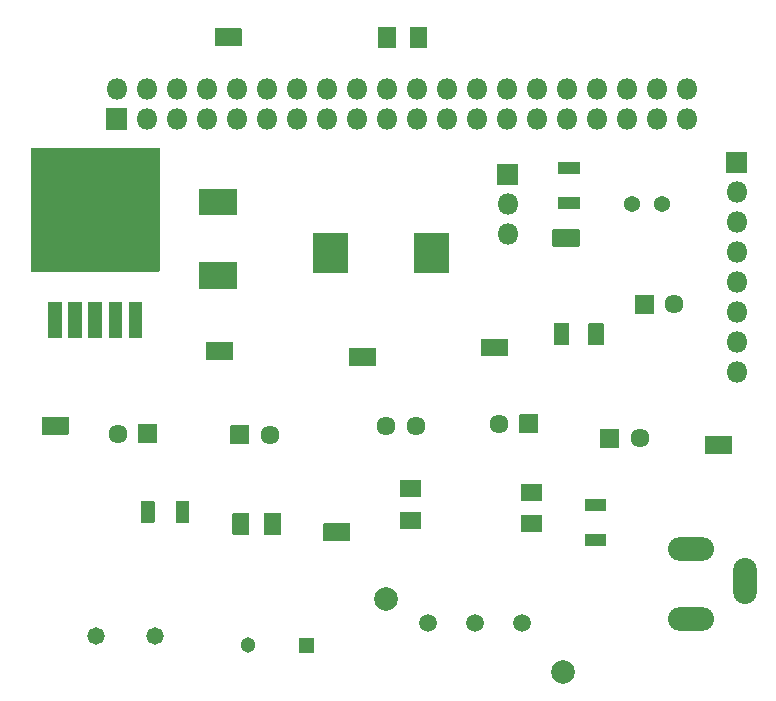
<source format=gts>
G04 #@! TF.GenerationSoftware,KiCad,Pcbnew,(5.1.10-1-10_14)*
G04 #@! TF.CreationDate,2021-11-25T21:30:16-05:00*
G04 #@! TF.ProjectId,tool_circuit,746f6f6c-5f63-4697-9263-7569742e6b69,1.0*
G04 #@! TF.SameCoordinates,Original*
G04 #@! TF.FileFunction,Soldermask,Top*
G04 #@! TF.FilePolarity,Negative*
%FSLAX46Y46*%
G04 Gerber Fmt 4.6, Leading zero omitted, Abs format (unit mm)*
G04 Created by KiCad (PCBNEW (5.1.10-1-10_14)) date 2021-11-25 21:30:16*
%MOMM*%
%LPD*%
G01*
G04 APERTURE LIST*
%ADD10C,1.301600*%
%ADD11C,1.609600*%
%ADD12C,2.006600*%
%ADD13C,1.498600*%
%ADD14O,1.801600X1.801600*%
%ADD15O,2.001600X3.901600*%
%ADD16O,3.901600X2.001600*%
%ADD17C,1.473200*%
%ADD18C,1.371600*%
G04 APERTURE END LIST*
D10*
X119344800Y-97590600D03*
G36*
G01*
X124995600Y-96990600D02*
X124995600Y-98190600D01*
G75*
G02*
X124944800Y-98241400I-50800J0D01*
G01*
X123744800Y-98241400D01*
G75*
G02*
X123694000Y-98190600I0J50800D01*
G01*
X123694000Y-96990600D01*
G75*
G02*
X123744800Y-96939800I50800J0D01*
G01*
X124944800Y-96939800D01*
G75*
G02*
X124995600Y-96990600I0J-50800D01*
G01*
G37*
G36*
G01*
X152129600Y-69464800D02*
X152129600Y-67956800D01*
G75*
G02*
X152180400Y-67906000I50800J0D01*
G01*
X153688400Y-67906000D01*
G75*
G02*
X153739200Y-67956800I0J-50800D01*
G01*
X153739200Y-69464800D01*
G75*
G02*
X153688400Y-69515600I-50800J0D01*
G01*
X152180400Y-69515600D01*
G75*
G02*
X152129600Y-69464800I0J50800D01*
G01*
G37*
D11*
X155474400Y-68710800D03*
G36*
G01*
X113242600Y-87147600D02*
X113242600Y-85427600D01*
G75*
G02*
X113293400Y-85376800I50800J0D01*
G01*
X114343400Y-85376800D01*
G75*
G02*
X114394200Y-85427600I0J-50800D01*
G01*
X114394200Y-87147600D01*
G75*
G02*
X114343400Y-87198400I-50800J0D01*
G01*
X113293400Y-87198400D01*
G75*
G02*
X113242600Y-87147600I0J50800D01*
G01*
G37*
G36*
G01*
X110322600Y-87147600D02*
X110322600Y-85427600D01*
G75*
G02*
X110373400Y-85376800I50800J0D01*
G01*
X111423400Y-85376800D01*
G75*
G02*
X111474200Y-85427600I0J-50800D01*
G01*
X111474200Y-87147600D01*
G75*
G02*
X111423400Y-87198400I-50800J0D01*
G01*
X110373400Y-87198400D01*
G75*
G02*
X110322600Y-87147600I0J50800D01*
G01*
G37*
G36*
G01*
X111676800Y-78904200D02*
X111676800Y-80412200D01*
G75*
G02*
X111626000Y-80463000I-50800J0D01*
G01*
X110118000Y-80463000D01*
G75*
G02*
X110067200Y-80412200I0J50800D01*
G01*
X110067200Y-78904200D01*
G75*
G02*
X110118000Y-78853400I50800J0D01*
G01*
X111626000Y-78853400D01*
G75*
G02*
X111676800Y-78904200I0J-50800D01*
G01*
G37*
X108332000Y-79658200D03*
D12*
X146076400Y-99876600D03*
X131090400Y-93679000D03*
D13*
X142571200Y-95685600D03*
X138583400Y-95685600D03*
X134595600Y-95685600D03*
G36*
G01*
X149208600Y-80818600D02*
X149208600Y-79310600D01*
G75*
G02*
X149259400Y-79259800I50800J0D01*
G01*
X150767400Y-79259800D01*
G75*
G02*
X150818200Y-79310600I0J-50800D01*
G01*
X150818200Y-80818600D01*
G75*
G02*
X150767400Y-80869400I-50800J0D01*
G01*
X149259400Y-80869400D01*
G75*
G02*
X149208600Y-80818600I0J50800D01*
G01*
G37*
D11*
X152553400Y-80064600D03*
G36*
G01*
X110389400Y-71582400D02*
X109322600Y-71582400D01*
G75*
G02*
X109271800Y-71531600I0J50800D01*
G01*
X109271800Y-68531600D01*
G75*
G02*
X109322600Y-68480800I50800J0D01*
G01*
X110389400Y-68480800D01*
G75*
G02*
X110440200Y-68531600I0J-50800D01*
G01*
X110440200Y-71531600D01*
G75*
G02*
X110389400Y-71582400I-50800J0D01*
G01*
G37*
G36*
G01*
X108687600Y-71582400D02*
X107620800Y-71582400D01*
G75*
G02*
X107570000Y-71531600I0J50800D01*
G01*
X107570000Y-68531600D01*
G75*
G02*
X107620800Y-68480800I50800J0D01*
G01*
X108687600Y-68480800D01*
G75*
G02*
X108738400Y-68531600I0J-50800D01*
G01*
X108738400Y-71531600D01*
G75*
G02*
X108687600Y-71582400I-50800J0D01*
G01*
G37*
G36*
G01*
X106985800Y-71582400D02*
X105919000Y-71582400D01*
G75*
G02*
X105868200Y-71531600I0J50800D01*
G01*
X105868200Y-68531600D01*
G75*
G02*
X105919000Y-68480800I50800J0D01*
G01*
X106985800Y-68480800D01*
G75*
G02*
X107036600Y-68531600I0J-50800D01*
G01*
X107036600Y-71531600D01*
G75*
G02*
X106985800Y-71582400I-50800J0D01*
G01*
G37*
G36*
G01*
X105284000Y-71582400D02*
X104217200Y-71582400D01*
G75*
G02*
X104166400Y-71531600I0J50800D01*
G01*
X104166400Y-68531600D01*
G75*
G02*
X104217200Y-68480800I50800J0D01*
G01*
X105284000Y-68480800D01*
G75*
G02*
X105334800Y-68531600I0J-50800D01*
G01*
X105334800Y-71531600D01*
G75*
G02*
X105284000Y-71582400I-50800J0D01*
G01*
G37*
G36*
G01*
X103582200Y-71582400D02*
X102515400Y-71582400D01*
G75*
G02*
X102464600Y-71531600I0J50800D01*
G01*
X102464600Y-68531600D01*
G75*
G02*
X102515400Y-68480800I50800J0D01*
G01*
X103582200Y-68480800D01*
G75*
G02*
X103633000Y-68531600I0J-50800D01*
G01*
X103633000Y-71531600D01*
G75*
G02*
X103582200Y-71582400I-50800J0D01*
G01*
G37*
G36*
G01*
X111852400Y-65956200D02*
X101052400Y-65956200D01*
G75*
G02*
X101001600Y-65905400I0J50800D01*
G01*
X101001600Y-55495400D01*
G75*
G02*
X101052400Y-55444600I50800J0D01*
G01*
X111852400Y-55444600D01*
G75*
G02*
X111903200Y-55495400I0J-50800D01*
G01*
X111903200Y-65905400D01*
G75*
G02*
X111852400Y-65956200I-50800J0D01*
G01*
G37*
G36*
G01*
X147929200Y-88127600D02*
X149659200Y-88127600D01*
G75*
G02*
X149710000Y-88178400I0J-50800D01*
G01*
X149710000Y-89148400D01*
G75*
G02*
X149659200Y-89199200I-50800J0D01*
G01*
X147929200Y-89199200D01*
G75*
G02*
X147878400Y-89148400I0J50800D01*
G01*
X147878400Y-88178400D01*
G75*
G02*
X147929200Y-88127600I50800J0D01*
G01*
G37*
G36*
G01*
X147929200Y-85167600D02*
X149659200Y-85167600D01*
G75*
G02*
X149710000Y-85218400I0J-50800D01*
G01*
X149710000Y-86188400D01*
G75*
G02*
X149659200Y-86239200I-50800J0D01*
G01*
X147929200Y-86239200D01*
G75*
G02*
X147878400Y-86188400I0J50800D01*
G01*
X147878400Y-85218400D01*
G75*
G02*
X147929200Y-85167600I50800J0D01*
G01*
G37*
G36*
G01*
X148179200Y-72135800D02*
X148179200Y-70365800D01*
G75*
G02*
X148230000Y-70315000I50800J0D01*
G01*
X149460000Y-70315000D01*
G75*
G02*
X149510800Y-70365800I0J-50800D01*
G01*
X149510800Y-72135800D01*
G75*
G02*
X149460000Y-72186600I-50800J0D01*
G01*
X148230000Y-72186600D01*
G75*
G02*
X148179200Y-72135800I0J50800D01*
G01*
G37*
G36*
G01*
X145247200Y-72135800D02*
X145247200Y-70365800D01*
G75*
G02*
X145298000Y-70315000I50800J0D01*
G01*
X146528000Y-70315000D01*
G75*
G02*
X146578800Y-70365800I0J-50800D01*
G01*
X146578800Y-72135800D01*
G75*
G02*
X146528000Y-72186600I-50800J0D01*
G01*
X145298000Y-72186600D01*
G75*
G02*
X145247200Y-72135800I0J50800D01*
G01*
G37*
G36*
G01*
X147424000Y-57701400D02*
X145694000Y-57701400D01*
G75*
G02*
X145643200Y-57650600I0J50800D01*
G01*
X145643200Y-56680600D01*
G75*
G02*
X145694000Y-56629800I50800J0D01*
G01*
X147424000Y-56629800D01*
G75*
G02*
X147474800Y-56680600I0J-50800D01*
G01*
X147474800Y-57650600D01*
G75*
G02*
X147424000Y-57701400I-50800J0D01*
G01*
G37*
G36*
G01*
X147424000Y-60661400D02*
X145694000Y-60661400D01*
G75*
G02*
X145643200Y-60610600I0J50800D01*
G01*
X145643200Y-59640600D01*
G75*
G02*
X145694000Y-59589800I50800J0D01*
G01*
X147424000Y-59589800D01*
G75*
G02*
X147474800Y-59640600I0J-50800D01*
G01*
X147474800Y-60610600D01*
G75*
G02*
X147424000Y-60661400I-50800J0D01*
G01*
G37*
G36*
G01*
X143960200Y-78066000D02*
X143960200Y-79574000D01*
G75*
G02*
X143909400Y-79624800I-50800J0D01*
G01*
X142401400Y-79624800D01*
G75*
G02*
X142350600Y-79574000I0J50800D01*
G01*
X142350600Y-78066000D01*
G75*
G02*
X142401400Y-78015200I50800J0D01*
G01*
X143909400Y-78015200D01*
G75*
G02*
X143960200Y-78066000I0J-50800D01*
G01*
G37*
X140615400Y-78820000D03*
X133605000Y-79048600D03*
X131065000Y-79048600D03*
G36*
G01*
X140476600Y-58537200D02*
X140476600Y-56837200D01*
G75*
G02*
X140527400Y-56786400I50800J0D01*
G01*
X142227400Y-56786400D01*
G75*
G02*
X142278200Y-56837200I0J-50800D01*
G01*
X142278200Y-58537200D01*
G75*
G02*
X142227400Y-58588000I-50800J0D01*
G01*
X140527400Y-58588000D01*
G75*
G02*
X140476600Y-58537200I0J50800D01*
G01*
G37*
D14*
X141377400Y-60227200D03*
X141377400Y-62767200D03*
G36*
G01*
X159856800Y-57521200D02*
X159856800Y-55821200D01*
G75*
G02*
X159907600Y-55770400I50800J0D01*
G01*
X161607600Y-55770400D01*
G75*
G02*
X161658400Y-55821200I0J-50800D01*
G01*
X161658400Y-57521200D01*
G75*
G02*
X161607600Y-57572000I-50800J0D01*
G01*
X159907600Y-57572000D01*
G75*
G02*
X159856800Y-57521200I0J50800D01*
G01*
G37*
X160757600Y-59211200D03*
X160757600Y-61751200D03*
X160757600Y-64291200D03*
X160757600Y-66831200D03*
X160757600Y-69371200D03*
X160757600Y-71911200D03*
X160757600Y-74451200D03*
D15*
X161496000Y-92105400D03*
D16*
X156846000Y-95355400D03*
X156846000Y-89425400D03*
G36*
G01*
X104199600Y-78297800D02*
X104199600Y-79697800D01*
G75*
G02*
X104148800Y-79748600I-50800J0D01*
G01*
X101948800Y-79748600D01*
G75*
G02*
X101898000Y-79697800I0J50800D01*
G01*
X101898000Y-78297800D01*
G75*
G02*
X101948800Y-78247000I50800J0D01*
G01*
X104148800Y-78247000D01*
G75*
G02*
X104199600Y-78297800I0J-50800D01*
G01*
G37*
G36*
G01*
X118118800Y-71947800D02*
X118118800Y-73347800D01*
G75*
G02*
X118068000Y-73398600I-50800J0D01*
G01*
X115868000Y-73398600D01*
G75*
G02*
X115817200Y-73347800I0J50800D01*
G01*
X115817200Y-71947800D01*
G75*
G02*
X115868000Y-71897000I50800J0D01*
G01*
X118068000Y-71897000D01*
G75*
G02*
X118118800Y-71947800I0J-50800D01*
G01*
G37*
G36*
G01*
X147455800Y-62397400D02*
X147455800Y-63797400D01*
G75*
G02*
X147405000Y-63848200I-50800J0D01*
G01*
X145205000Y-63848200D01*
G75*
G02*
X145154200Y-63797400I0J50800D01*
G01*
X145154200Y-62397400D01*
G75*
G02*
X145205000Y-62346600I50800J0D01*
G01*
X147405000Y-62346600D01*
G75*
G02*
X147455800Y-62397400I0J-50800D01*
G01*
G37*
G36*
G01*
X125723200Y-88714800D02*
X125723200Y-87314800D01*
G75*
G02*
X125774000Y-87264000I50800J0D01*
G01*
X127974000Y-87264000D01*
G75*
G02*
X128024800Y-87314800I0J-50800D01*
G01*
X128024800Y-88714800D01*
G75*
G02*
X127974000Y-88765600I-50800J0D01*
G01*
X125774000Y-88765600D01*
G75*
G02*
X125723200Y-88714800I0J50800D01*
G01*
G37*
G36*
G01*
X118855400Y-45404800D02*
X118855400Y-46804800D01*
G75*
G02*
X118804600Y-46855600I-50800J0D01*
G01*
X116604600Y-46855600D01*
G75*
G02*
X116553800Y-46804800I0J50800D01*
G01*
X116553800Y-45404800D01*
G75*
G02*
X116604600Y-45354000I50800J0D01*
G01*
X118804600Y-45354000D01*
G75*
G02*
X118855400Y-45404800I0J-50800D01*
G01*
G37*
G36*
G01*
X130209200Y-72481200D02*
X130209200Y-73881200D01*
G75*
G02*
X130158400Y-73932000I-50800J0D01*
G01*
X127958400Y-73932000D01*
G75*
G02*
X127907600Y-73881200I0J50800D01*
G01*
X127907600Y-72481200D01*
G75*
G02*
X127958400Y-72430400I50800J0D01*
G01*
X130158400Y-72430400D01*
G75*
G02*
X130209200Y-72481200I0J-50800D01*
G01*
G37*
G36*
G01*
X141410600Y-71668400D02*
X141410600Y-73068400D01*
G75*
G02*
X141359800Y-73119200I-50800J0D01*
G01*
X139159800Y-73119200D01*
G75*
G02*
X139109000Y-73068400I0J50800D01*
G01*
X139109000Y-71668400D01*
G75*
G02*
X139159800Y-71617600I50800J0D01*
G01*
X141359800Y-71617600D01*
G75*
G02*
X141410600Y-71668400I0J-50800D01*
G01*
G37*
G36*
G01*
X160359000Y-79923400D02*
X160359000Y-81323400D01*
G75*
G02*
X160308200Y-81374200I-50800J0D01*
G01*
X158108200Y-81374200D01*
G75*
G02*
X158057400Y-81323400I0J50800D01*
G01*
X158057400Y-79923400D01*
G75*
G02*
X158108200Y-79872600I50800J0D01*
G01*
X160308200Y-79872600D01*
G75*
G02*
X160359000Y-79923400I0J-50800D01*
G01*
G37*
G36*
G01*
X117865000Y-80513800D02*
X117865000Y-79005800D01*
G75*
G02*
X117915800Y-78955000I50800J0D01*
G01*
X119423800Y-78955000D01*
G75*
G02*
X119474600Y-79005800I0J-50800D01*
G01*
X119474600Y-80513800D01*
G75*
G02*
X119423800Y-80564600I-50800J0D01*
G01*
X117915800Y-80564600D01*
G75*
G02*
X117865000Y-80513800I0J50800D01*
G01*
G37*
D11*
X121209800Y-79759800D03*
D14*
X156515800Y-50473600D03*
X156515800Y-53013600D03*
X153975800Y-50473600D03*
X153975800Y-53013600D03*
X151435800Y-50473600D03*
X151435800Y-53013600D03*
X148895800Y-50473600D03*
X148895800Y-53013600D03*
X146355800Y-50473600D03*
X146355800Y-53013600D03*
X143815800Y-50473600D03*
X143815800Y-53013600D03*
X141275800Y-50473600D03*
X141275800Y-53013600D03*
X138735800Y-50473600D03*
X138735800Y-53013600D03*
X136195800Y-50473600D03*
X136195800Y-53013600D03*
X133655800Y-50473600D03*
X133655800Y-53013600D03*
X131115800Y-50473600D03*
X131115800Y-53013600D03*
X128575800Y-50473600D03*
X128575800Y-53013600D03*
X126035800Y-50473600D03*
X126035800Y-53013600D03*
X123495800Y-50473600D03*
X123495800Y-53013600D03*
X120955800Y-50473600D03*
X120955800Y-53013600D03*
X118415800Y-50473600D03*
X118415800Y-53013600D03*
X115875800Y-50473600D03*
X115875800Y-53013600D03*
X113335800Y-50473600D03*
X113335800Y-53013600D03*
X110795800Y-50473600D03*
X110795800Y-53013600D03*
X108255800Y-50473600D03*
G36*
G01*
X107405800Y-52112800D02*
X109105800Y-52112800D01*
G75*
G02*
X109156600Y-52163600I0J-50800D01*
G01*
X109156600Y-53863600D01*
G75*
G02*
X109105800Y-53914400I-50800J0D01*
G01*
X107405800Y-53914400D01*
G75*
G02*
X107355000Y-53863600I0J50800D01*
G01*
X107355000Y-52163600D01*
G75*
G02*
X107405800Y-52112800I50800J0D01*
G01*
G37*
D17*
X106503200Y-96803200D03*
X111503200Y-96803200D03*
G36*
G01*
X118481800Y-65210600D02*
X118481800Y-67391000D01*
G75*
G02*
X118431000Y-67441800I-50800J0D01*
G01*
X115251000Y-67441800D01*
G75*
G02*
X115200200Y-67391000I0J50800D01*
G01*
X115200200Y-65210600D01*
G75*
G02*
X115251000Y-65159800I50800J0D01*
G01*
X118431000Y-65159800D01*
G75*
G02*
X118481800Y-65210600I0J-50800D01*
G01*
G37*
G36*
G01*
X118481800Y-58956200D02*
X118481800Y-61136600D01*
G75*
G02*
X118431000Y-61187400I-50800J0D01*
G01*
X115251000Y-61187400D01*
G75*
G02*
X115200200Y-61136600I0J50800D01*
G01*
X115200200Y-58956200D01*
G75*
G02*
X115251000Y-58905400I50800J0D01*
G01*
X118431000Y-58905400D01*
G75*
G02*
X118481800Y-58956200I0J-50800D01*
G01*
G37*
G36*
G01*
X133452600Y-62691000D02*
X136373600Y-62691000D01*
G75*
G02*
X136424400Y-62741800I0J-50800D01*
G01*
X136424400Y-65993000D01*
G75*
G02*
X136373600Y-66043800I-50800J0D01*
G01*
X133452600Y-66043800D01*
G75*
G02*
X133401800Y-65993000I0J50800D01*
G01*
X133401800Y-62741800D01*
G75*
G02*
X133452600Y-62691000I50800J0D01*
G01*
G37*
G36*
G01*
X124892800Y-62691000D02*
X127813800Y-62691000D01*
G75*
G02*
X127864600Y-62741800I0J-50800D01*
G01*
X127864600Y-65993000D01*
G75*
G02*
X127813800Y-66043800I-50800J0D01*
G01*
X124892800Y-66043800D01*
G75*
G02*
X124842000Y-65993000I0J50800D01*
G01*
X124842000Y-62741800D01*
G75*
G02*
X124892800Y-62691000I50800J0D01*
G01*
G37*
D18*
X151867600Y-60201800D03*
X154407600Y-60201800D03*
G36*
G01*
X131868200Y-45270200D02*
X131868200Y-46990200D01*
G75*
G02*
X131817400Y-47041000I-50800J0D01*
G01*
X130477400Y-47041000D01*
G75*
G02*
X130426600Y-46990200I0J50800D01*
G01*
X130426600Y-45270200D01*
G75*
G02*
X130477400Y-45219400I50800J0D01*
G01*
X131817400Y-45219400D01*
G75*
G02*
X131868200Y-45270200I0J-50800D01*
G01*
G37*
G36*
G01*
X134548200Y-45270200D02*
X134548200Y-46990200D01*
G75*
G02*
X134497400Y-47041000I-50800J0D01*
G01*
X133157400Y-47041000D01*
G75*
G02*
X133106600Y-46990200I0J50800D01*
G01*
X133106600Y-45270200D01*
G75*
G02*
X133157400Y-45219400I50800J0D01*
G01*
X134497400Y-45219400D01*
G75*
G02*
X134548200Y-45270200I0J-50800D01*
G01*
G37*
G36*
G01*
X118050600Y-88163600D02*
X118050600Y-86443600D01*
G75*
G02*
X118101400Y-86392800I50800J0D01*
G01*
X119441400Y-86392800D01*
G75*
G02*
X119492200Y-86443600I0J-50800D01*
G01*
X119492200Y-88163600D01*
G75*
G02*
X119441400Y-88214400I-50800J0D01*
G01*
X118101400Y-88214400D01*
G75*
G02*
X118050600Y-88163600I0J50800D01*
G01*
G37*
G36*
G01*
X120730600Y-88163600D02*
X120730600Y-86443600D01*
G75*
G02*
X120781400Y-86392800I50800J0D01*
G01*
X122121400Y-86392800D01*
G75*
G02*
X122172200Y-86443600I0J-50800D01*
G01*
X122172200Y-88163600D01*
G75*
G02*
X122121400Y-88214400I-50800J0D01*
G01*
X120781400Y-88214400D01*
G75*
G02*
X120730600Y-88163600I0J50800D01*
G01*
G37*
G36*
G01*
X132262400Y-83585600D02*
X133982400Y-83585600D01*
G75*
G02*
X134033200Y-83636400I0J-50800D01*
G01*
X134033200Y-84976400D01*
G75*
G02*
X133982400Y-85027200I-50800J0D01*
G01*
X132262400Y-85027200D01*
G75*
G02*
X132211600Y-84976400I0J50800D01*
G01*
X132211600Y-83636400D01*
G75*
G02*
X132262400Y-83585600I50800J0D01*
G01*
G37*
G36*
G01*
X132262400Y-86265600D02*
X133982400Y-86265600D01*
G75*
G02*
X134033200Y-86316400I0J-50800D01*
G01*
X134033200Y-87656400D01*
G75*
G02*
X133982400Y-87707200I-50800J0D01*
G01*
X132262400Y-87707200D01*
G75*
G02*
X132211600Y-87656400I0J50800D01*
G01*
X132211600Y-86316400D01*
G75*
G02*
X132262400Y-86265600I50800J0D01*
G01*
G37*
G36*
G01*
X142524000Y-86570400D02*
X144244000Y-86570400D01*
G75*
G02*
X144294800Y-86621200I0J-50800D01*
G01*
X144294800Y-87961200D01*
G75*
G02*
X144244000Y-88012000I-50800J0D01*
G01*
X142524000Y-88012000D01*
G75*
G02*
X142473200Y-87961200I0J50800D01*
G01*
X142473200Y-86621200D01*
G75*
G02*
X142524000Y-86570400I50800J0D01*
G01*
G37*
G36*
G01*
X142524000Y-83890400D02*
X144244000Y-83890400D01*
G75*
G02*
X144294800Y-83941200I0J-50800D01*
G01*
X144294800Y-85281200D01*
G75*
G02*
X144244000Y-85332000I-50800J0D01*
G01*
X142524000Y-85332000D01*
G75*
G02*
X142473200Y-85281200I0J50800D01*
G01*
X142473200Y-83941200D01*
G75*
G02*
X142524000Y-83890400I50800J0D01*
G01*
G37*
M02*

</source>
